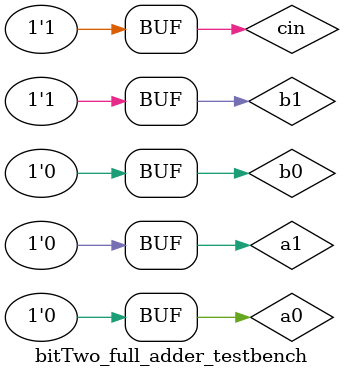
<source format=v>
`timescale 1ns / 1ps
module bitTwo_full_adder(input a0,b0,cin,a1,b1, output s0,s1,c1);
    wire c0;
    full_adder add1(.a(a0), .b(b0), .cin(cin), .sum(s0), .cout(c0));
    full_adder add2(.a(a1), .b(b1), .cin(cin), .sum(s1), .cout(c1));
endmodule

module bitTwo_full_adder_testbench;
    reg a0,b0,cin,a1,b1;
    wire s0,s1,c1;
    bitTwo_full_adder uut(.a0(a0) , .b0(b0), .a1(a1) , .b1(b1),.cin(cin), .s0(s0), .s1(s1), .c1(c1));
    initial begin 
        cin = 0; #10;
        a0 = 0; #10;
        b0 = 0; #10; //a=0 b=0 cin=0
        a0 = 1; #10; //a=1 b=0 cin=0
        b0 = 1; #10; //a=1 b=1 cin=0
        a0 = 0; #10; //a=0 b=1 cin=0
        cin = 1; #10; //a=0 b=1 cin=1
        a0 = 1; #10; //a=1 b=1 cin=1
        b0 = 0; #10; //a=1 b=0 cin=1
        a0 = 0; #10; //a=0 b=0 cin=1
        
        a1 = 0; #10;
        b1 = 0; #10; //a=0 b=0 
        a1 = 1; #10; //a=1 b=0 
        b1 = 1; #10; //a=1 b=1 
        a1 = 0; #10; //a=0 b=1        
        end
endmodule

</source>
